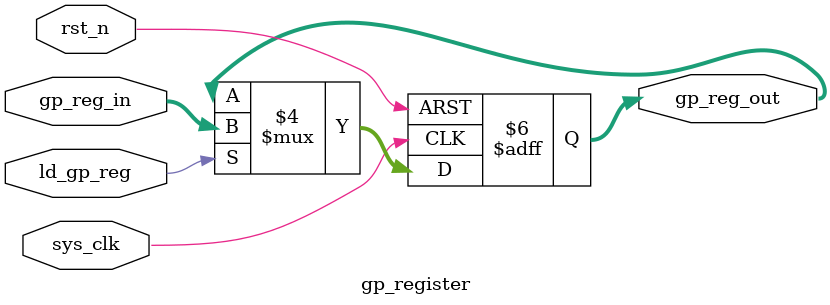
<source format=v>
module gp_register(gp_reg_out, gp_reg_in, ld_gp_reg, sys_clk, rst_n);
  input wire [4:0] gp_reg_in;
  input wire sys_clk, rst_n, ld_gp_reg;
  
  output reg [4:0] gp_reg_out;
  
  always @(posedge sys_clk or negedge rst_n)
    begin
      if(!rst_n) gp_reg_out <= 0;
      else if(ld_gp_reg) gp_reg_out <= gp_reg_in;
      else gp_reg_out <= gp_reg_out;
    end
  
endmodule
</source>
